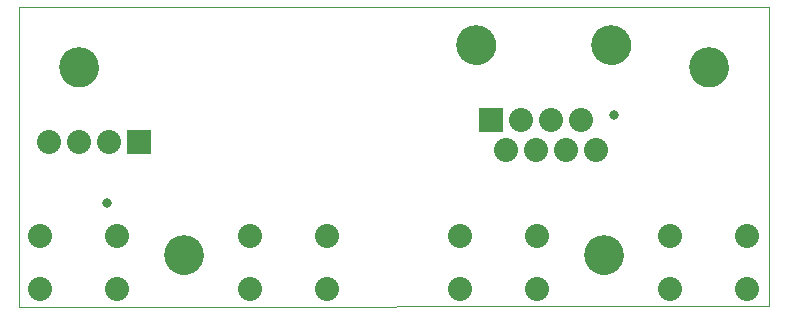
<source format=gbs>
G75*
%MOIN*%
%OFA0B0*%
%FSLAX25Y25*%
%IPPOS*%
%LPD*%
%AMOC8*
5,1,8,0,0,1.08239X$1,22.5*
%
%ADD10C,0.00000*%
%ADD11C,0.08000*%
%ADD12R,0.08000X0.08000*%
%ADD13C,0.13198*%
%ADD14C,0.03300*%
D10*
X0001000Y0001000D02*
X0001000Y0101000D01*
X0251000Y0101000D01*
X0251001Y0001500D01*
X0001000Y0001000D01*
X0049701Y0018500D02*
X0049703Y0018658D01*
X0049709Y0018816D01*
X0049719Y0018974D01*
X0049733Y0019132D01*
X0049751Y0019289D01*
X0049772Y0019446D01*
X0049798Y0019602D01*
X0049828Y0019758D01*
X0049861Y0019913D01*
X0049899Y0020066D01*
X0049940Y0020219D01*
X0049985Y0020371D01*
X0050034Y0020522D01*
X0050087Y0020671D01*
X0050143Y0020819D01*
X0050203Y0020965D01*
X0050267Y0021110D01*
X0050335Y0021253D01*
X0050406Y0021395D01*
X0050480Y0021535D01*
X0050558Y0021672D01*
X0050640Y0021808D01*
X0050724Y0021942D01*
X0050813Y0022073D01*
X0050904Y0022202D01*
X0050999Y0022329D01*
X0051096Y0022454D01*
X0051197Y0022576D01*
X0051301Y0022695D01*
X0051408Y0022812D01*
X0051518Y0022926D01*
X0051631Y0023037D01*
X0051746Y0023146D01*
X0051864Y0023251D01*
X0051985Y0023353D01*
X0052108Y0023453D01*
X0052234Y0023549D01*
X0052362Y0023642D01*
X0052492Y0023732D01*
X0052625Y0023818D01*
X0052760Y0023902D01*
X0052896Y0023981D01*
X0053035Y0024058D01*
X0053176Y0024130D01*
X0053318Y0024200D01*
X0053462Y0024265D01*
X0053608Y0024327D01*
X0053755Y0024385D01*
X0053904Y0024440D01*
X0054054Y0024491D01*
X0054205Y0024538D01*
X0054357Y0024581D01*
X0054510Y0024620D01*
X0054665Y0024656D01*
X0054820Y0024687D01*
X0054976Y0024715D01*
X0055132Y0024739D01*
X0055289Y0024759D01*
X0055447Y0024775D01*
X0055604Y0024787D01*
X0055763Y0024795D01*
X0055921Y0024799D01*
X0056079Y0024799D01*
X0056237Y0024795D01*
X0056396Y0024787D01*
X0056553Y0024775D01*
X0056711Y0024759D01*
X0056868Y0024739D01*
X0057024Y0024715D01*
X0057180Y0024687D01*
X0057335Y0024656D01*
X0057490Y0024620D01*
X0057643Y0024581D01*
X0057795Y0024538D01*
X0057946Y0024491D01*
X0058096Y0024440D01*
X0058245Y0024385D01*
X0058392Y0024327D01*
X0058538Y0024265D01*
X0058682Y0024200D01*
X0058824Y0024130D01*
X0058965Y0024058D01*
X0059104Y0023981D01*
X0059240Y0023902D01*
X0059375Y0023818D01*
X0059508Y0023732D01*
X0059638Y0023642D01*
X0059766Y0023549D01*
X0059892Y0023453D01*
X0060015Y0023353D01*
X0060136Y0023251D01*
X0060254Y0023146D01*
X0060369Y0023037D01*
X0060482Y0022926D01*
X0060592Y0022812D01*
X0060699Y0022695D01*
X0060803Y0022576D01*
X0060904Y0022454D01*
X0061001Y0022329D01*
X0061096Y0022202D01*
X0061187Y0022073D01*
X0061276Y0021942D01*
X0061360Y0021808D01*
X0061442Y0021672D01*
X0061520Y0021535D01*
X0061594Y0021395D01*
X0061665Y0021253D01*
X0061733Y0021110D01*
X0061797Y0020965D01*
X0061857Y0020819D01*
X0061913Y0020671D01*
X0061966Y0020522D01*
X0062015Y0020371D01*
X0062060Y0020219D01*
X0062101Y0020066D01*
X0062139Y0019913D01*
X0062172Y0019758D01*
X0062202Y0019602D01*
X0062228Y0019446D01*
X0062249Y0019289D01*
X0062267Y0019132D01*
X0062281Y0018974D01*
X0062291Y0018816D01*
X0062297Y0018658D01*
X0062299Y0018500D01*
X0062297Y0018342D01*
X0062291Y0018184D01*
X0062281Y0018026D01*
X0062267Y0017868D01*
X0062249Y0017711D01*
X0062228Y0017554D01*
X0062202Y0017398D01*
X0062172Y0017242D01*
X0062139Y0017087D01*
X0062101Y0016934D01*
X0062060Y0016781D01*
X0062015Y0016629D01*
X0061966Y0016478D01*
X0061913Y0016329D01*
X0061857Y0016181D01*
X0061797Y0016035D01*
X0061733Y0015890D01*
X0061665Y0015747D01*
X0061594Y0015605D01*
X0061520Y0015465D01*
X0061442Y0015328D01*
X0061360Y0015192D01*
X0061276Y0015058D01*
X0061187Y0014927D01*
X0061096Y0014798D01*
X0061001Y0014671D01*
X0060904Y0014546D01*
X0060803Y0014424D01*
X0060699Y0014305D01*
X0060592Y0014188D01*
X0060482Y0014074D01*
X0060369Y0013963D01*
X0060254Y0013854D01*
X0060136Y0013749D01*
X0060015Y0013647D01*
X0059892Y0013547D01*
X0059766Y0013451D01*
X0059638Y0013358D01*
X0059508Y0013268D01*
X0059375Y0013182D01*
X0059240Y0013098D01*
X0059104Y0013019D01*
X0058965Y0012942D01*
X0058824Y0012870D01*
X0058682Y0012800D01*
X0058538Y0012735D01*
X0058392Y0012673D01*
X0058245Y0012615D01*
X0058096Y0012560D01*
X0057946Y0012509D01*
X0057795Y0012462D01*
X0057643Y0012419D01*
X0057490Y0012380D01*
X0057335Y0012344D01*
X0057180Y0012313D01*
X0057024Y0012285D01*
X0056868Y0012261D01*
X0056711Y0012241D01*
X0056553Y0012225D01*
X0056396Y0012213D01*
X0056237Y0012205D01*
X0056079Y0012201D01*
X0055921Y0012201D01*
X0055763Y0012205D01*
X0055604Y0012213D01*
X0055447Y0012225D01*
X0055289Y0012241D01*
X0055132Y0012261D01*
X0054976Y0012285D01*
X0054820Y0012313D01*
X0054665Y0012344D01*
X0054510Y0012380D01*
X0054357Y0012419D01*
X0054205Y0012462D01*
X0054054Y0012509D01*
X0053904Y0012560D01*
X0053755Y0012615D01*
X0053608Y0012673D01*
X0053462Y0012735D01*
X0053318Y0012800D01*
X0053176Y0012870D01*
X0053035Y0012942D01*
X0052896Y0013019D01*
X0052760Y0013098D01*
X0052625Y0013182D01*
X0052492Y0013268D01*
X0052362Y0013358D01*
X0052234Y0013451D01*
X0052108Y0013547D01*
X0051985Y0013647D01*
X0051864Y0013749D01*
X0051746Y0013854D01*
X0051631Y0013963D01*
X0051518Y0014074D01*
X0051408Y0014188D01*
X0051301Y0014305D01*
X0051197Y0014424D01*
X0051096Y0014546D01*
X0050999Y0014671D01*
X0050904Y0014798D01*
X0050813Y0014927D01*
X0050724Y0015058D01*
X0050640Y0015192D01*
X0050558Y0015328D01*
X0050480Y0015465D01*
X0050406Y0015605D01*
X0050335Y0015747D01*
X0050267Y0015890D01*
X0050203Y0016035D01*
X0050143Y0016181D01*
X0050087Y0016329D01*
X0050034Y0016478D01*
X0049985Y0016629D01*
X0049940Y0016781D01*
X0049899Y0016934D01*
X0049861Y0017087D01*
X0049828Y0017242D01*
X0049798Y0017398D01*
X0049772Y0017554D01*
X0049751Y0017711D01*
X0049733Y0017868D01*
X0049719Y0018026D01*
X0049709Y0018184D01*
X0049703Y0018342D01*
X0049701Y0018500D01*
X0014701Y0081000D02*
X0014703Y0081158D01*
X0014709Y0081316D01*
X0014719Y0081474D01*
X0014733Y0081632D01*
X0014751Y0081789D01*
X0014772Y0081946D01*
X0014798Y0082102D01*
X0014828Y0082258D01*
X0014861Y0082413D01*
X0014899Y0082566D01*
X0014940Y0082719D01*
X0014985Y0082871D01*
X0015034Y0083022D01*
X0015087Y0083171D01*
X0015143Y0083319D01*
X0015203Y0083465D01*
X0015267Y0083610D01*
X0015335Y0083753D01*
X0015406Y0083895D01*
X0015480Y0084035D01*
X0015558Y0084172D01*
X0015640Y0084308D01*
X0015724Y0084442D01*
X0015813Y0084573D01*
X0015904Y0084702D01*
X0015999Y0084829D01*
X0016096Y0084954D01*
X0016197Y0085076D01*
X0016301Y0085195D01*
X0016408Y0085312D01*
X0016518Y0085426D01*
X0016631Y0085537D01*
X0016746Y0085646D01*
X0016864Y0085751D01*
X0016985Y0085853D01*
X0017108Y0085953D01*
X0017234Y0086049D01*
X0017362Y0086142D01*
X0017492Y0086232D01*
X0017625Y0086318D01*
X0017760Y0086402D01*
X0017896Y0086481D01*
X0018035Y0086558D01*
X0018176Y0086630D01*
X0018318Y0086700D01*
X0018462Y0086765D01*
X0018608Y0086827D01*
X0018755Y0086885D01*
X0018904Y0086940D01*
X0019054Y0086991D01*
X0019205Y0087038D01*
X0019357Y0087081D01*
X0019510Y0087120D01*
X0019665Y0087156D01*
X0019820Y0087187D01*
X0019976Y0087215D01*
X0020132Y0087239D01*
X0020289Y0087259D01*
X0020447Y0087275D01*
X0020604Y0087287D01*
X0020763Y0087295D01*
X0020921Y0087299D01*
X0021079Y0087299D01*
X0021237Y0087295D01*
X0021396Y0087287D01*
X0021553Y0087275D01*
X0021711Y0087259D01*
X0021868Y0087239D01*
X0022024Y0087215D01*
X0022180Y0087187D01*
X0022335Y0087156D01*
X0022490Y0087120D01*
X0022643Y0087081D01*
X0022795Y0087038D01*
X0022946Y0086991D01*
X0023096Y0086940D01*
X0023245Y0086885D01*
X0023392Y0086827D01*
X0023538Y0086765D01*
X0023682Y0086700D01*
X0023824Y0086630D01*
X0023965Y0086558D01*
X0024104Y0086481D01*
X0024240Y0086402D01*
X0024375Y0086318D01*
X0024508Y0086232D01*
X0024638Y0086142D01*
X0024766Y0086049D01*
X0024892Y0085953D01*
X0025015Y0085853D01*
X0025136Y0085751D01*
X0025254Y0085646D01*
X0025369Y0085537D01*
X0025482Y0085426D01*
X0025592Y0085312D01*
X0025699Y0085195D01*
X0025803Y0085076D01*
X0025904Y0084954D01*
X0026001Y0084829D01*
X0026096Y0084702D01*
X0026187Y0084573D01*
X0026276Y0084442D01*
X0026360Y0084308D01*
X0026442Y0084172D01*
X0026520Y0084035D01*
X0026594Y0083895D01*
X0026665Y0083753D01*
X0026733Y0083610D01*
X0026797Y0083465D01*
X0026857Y0083319D01*
X0026913Y0083171D01*
X0026966Y0083022D01*
X0027015Y0082871D01*
X0027060Y0082719D01*
X0027101Y0082566D01*
X0027139Y0082413D01*
X0027172Y0082258D01*
X0027202Y0082102D01*
X0027228Y0081946D01*
X0027249Y0081789D01*
X0027267Y0081632D01*
X0027281Y0081474D01*
X0027291Y0081316D01*
X0027297Y0081158D01*
X0027299Y0081000D01*
X0027297Y0080842D01*
X0027291Y0080684D01*
X0027281Y0080526D01*
X0027267Y0080368D01*
X0027249Y0080211D01*
X0027228Y0080054D01*
X0027202Y0079898D01*
X0027172Y0079742D01*
X0027139Y0079587D01*
X0027101Y0079434D01*
X0027060Y0079281D01*
X0027015Y0079129D01*
X0026966Y0078978D01*
X0026913Y0078829D01*
X0026857Y0078681D01*
X0026797Y0078535D01*
X0026733Y0078390D01*
X0026665Y0078247D01*
X0026594Y0078105D01*
X0026520Y0077965D01*
X0026442Y0077828D01*
X0026360Y0077692D01*
X0026276Y0077558D01*
X0026187Y0077427D01*
X0026096Y0077298D01*
X0026001Y0077171D01*
X0025904Y0077046D01*
X0025803Y0076924D01*
X0025699Y0076805D01*
X0025592Y0076688D01*
X0025482Y0076574D01*
X0025369Y0076463D01*
X0025254Y0076354D01*
X0025136Y0076249D01*
X0025015Y0076147D01*
X0024892Y0076047D01*
X0024766Y0075951D01*
X0024638Y0075858D01*
X0024508Y0075768D01*
X0024375Y0075682D01*
X0024240Y0075598D01*
X0024104Y0075519D01*
X0023965Y0075442D01*
X0023824Y0075370D01*
X0023682Y0075300D01*
X0023538Y0075235D01*
X0023392Y0075173D01*
X0023245Y0075115D01*
X0023096Y0075060D01*
X0022946Y0075009D01*
X0022795Y0074962D01*
X0022643Y0074919D01*
X0022490Y0074880D01*
X0022335Y0074844D01*
X0022180Y0074813D01*
X0022024Y0074785D01*
X0021868Y0074761D01*
X0021711Y0074741D01*
X0021553Y0074725D01*
X0021396Y0074713D01*
X0021237Y0074705D01*
X0021079Y0074701D01*
X0020921Y0074701D01*
X0020763Y0074705D01*
X0020604Y0074713D01*
X0020447Y0074725D01*
X0020289Y0074741D01*
X0020132Y0074761D01*
X0019976Y0074785D01*
X0019820Y0074813D01*
X0019665Y0074844D01*
X0019510Y0074880D01*
X0019357Y0074919D01*
X0019205Y0074962D01*
X0019054Y0075009D01*
X0018904Y0075060D01*
X0018755Y0075115D01*
X0018608Y0075173D01*
X0018462Y0075235D01*
X0018318Y0075300D01*
X0018176Y0075370D01*
X0018035Y0075442D01*
X0017896Y0075519D01*
X0017760Y0075598D01*
X0017625Y0075682D01*
X0017492Y0075768D01*
X0017362Y0075858D01*
X0017234Y0075951D01*
X0017108Y0076047D01*
X0016985Y0076147D01*
X0016864Y0076249D01*
X0016746Y0076354D01*
X0016631Y0076463D01*
X0016518Y0076574D01*
X0016408Y0076688D01*
X0016301Y0076805D01*
X0016197Y0076924D01*
X0016096Y0077046D01*
X0015999Y0077171D01*
X0015904Y0077298D01*
X0015813Y0077427D01*
X0015724Y0077558D01*
X0015640Y0077692D01*
X0015558Y0077828D01*
X0015480Y0077965D01*
X0015406Y0078105D01*
X0015335Y0078247D01*
X0015267Y0078390D01*
X0015203Y0078535D01*
X0015143Y0078681D01*
X0015087Y0078829D01*
X0015034Y0078978D01*
X0014985Y0079129D01*
X0014940Y0079281D01*
X0014899Y0079434D01*
X0014861Y0079587D01*
X0014828Y0079742D01*
X0014798Y0079898D01*
X0014772Y0080054D01*
X0014751Y0080211D01*
X0014733Y0080368D01*
X0014719Y0080526D01*
X0014709Y0080684D01*
X0014703Y0080842D01*
X0014701Y0081000D01*
X0147201Y0088500D02*
X0147203Y0088658D01*
X0147209Y0088816D01*
X0147219Y0088974D01*
X0147233Y0089132D01*
X0147251Y0089289D01*
X0147272Y0089446D01*
X0147298Y0089602D01*
X0147328Y0089758D01*
X0147361Y0089913D01*
X0147399Y0090066D01*
X0147440Y0090219D01*
X0147485Y0090371D01*
X0147534Y0090522D01*
X0147587Y0090671D01*
X0147643Y0090819D01*
X0147703Y0090965D01*
X0147767Y0091110D01*
X0147835Y0091253D01*
X0147906Y0091395D01*
X0147980Y0091535D01*
X0148058Y0091672D01*
X0148140Y0091808D01*
X0148224Y0091942D01*
X0148313Y0092073D01*
X0148404Y0092202D01*
X0148499Y0092329D01*
X0148596Y0092454D01*
X0148697Y0092576D01*
X0148801Y0092695D01*
X0148908Y0092812D01*
X0149018Y0092926D01*
X0149131Y0093037D01*
X0149246Y0093146D01*
X0149364Y0093251D01*
X0149485Y0093353D01*
X0149608Y0093453D01*
X0149734Y0093549D01*
X0149862Y0093642D01*
X0149992Y0093732D01*
X0150125Y0093818D01*
X0150260Y0093902D01*
X0150396Y0093981D01*
X0150535Y0094058D01*
X0150676Y0094130D01*
X0150818Y0094200D01*
X0150962Y0094265D01*
X0151108Y0094327D01*
X0151255Y0094385D01*
X0151404Y0094440D01*
X0151554Y0094491D01*
X0151705Y0094538D01*
X0151857Y0094581D01*
X0152010Y0094620D01*
X0152165Y0094656D01*
X0152320Y0094687D01*
X0152476Y0094715D01*
X0152632Y0094739D01*
X0152789Y0094759D01*
X0152947Y0094775D01*
X0153104Y0094787D01*
X0153263Y0094795D01*
X0153421Y0094799D01*
X0153579Y0094799D01*
X0153737Y0094795D01*
X0153896Y0094787D01*
X0154053Y0094775D01*
X0154211Y0094759D01*
X0154368Y0094739D01*
X0154524Y0094715D01*
X0154680Y0094687D01*
X0154835Y0094656D01*
X0154990Y0094620D01*
X0155143Y0094581D01*
X0155295Y0094538D01*
X0155446Y0094491D01*
X0155596Y0094440D01*
X0155745Y0094385D01*
X0155892Y0094327D01*
X0156038Y0094265D01*
X0156182Y0094200D01*
X0156324Y0094130D01*
X0156465Y0094058D01*
X0156604Y0093981D01*
X0156740Y0093902D01*
X0156875Y0093818D01*
X0157008Y0093732D01*
X0157138Y0093642D01*
X0157266Y0093549D01*
X0157392Y0093453D01*
X0157515Y0093353D01*
X0157636Y0093251D01*
X0157754Y0093146D01*
X0157869Y0093037D01*
X0157982Y0092926D01*
X0158092Y0092812D01*
X0158199Y0092695D01*
X0158303Y0092576D01*
X0158404Y0092454D01*
X0158501Y0092329D01*
X0158596Y0092202D01*
X0158687Y0092073D01*
X0158776Y0091942D01*
X0158860Y0091808D01*
X0158942Y0091672D01*
X0159020Y0091535D01*
X0159094Y0091395D01*
X0159165Y0091253D01*
X0159233Y0091110D01*
X0159297Y0090965D01*
X0159357Y0090819D01*
X0159413Y0090671D01*
X0159466Y0090522D01*
X0159515Y0090371D01*
X0159560Y0090219D01*
X0159601Y0090066D01*
X0159639Y0089913D01*
X0159672Y0089758D01*
X0159702Y0089602D01*
X0159728Y0089446D01*
X0159749Y0089289D01*
X0159767Y0089132D01*
X0159781Y0088974D01*
X0159791Y0088816D01*
X0159797Y0088658D01*
X0159799Y0088500D01*
X0159797Y0088342D01*
X0159791Y0088184D01*
X0159781Y0088026D01*
X0159767Y0087868D01*
X0159749Y0087711D01*
X0159728Y0087554D01*
X0159702Y0087398D01*
X0159672Y0087242D01*
X0159639Y0087087D01*
X0159601Y0086934D01*
X0159560Y0086781D01*
X0159515Y0086629D01*
X0159466Y0086478D01*
X0159413Y0086329D01*
X0159357Y0086181D01*
X0159297Y0086035D01*
X0159233Y0085890D01*
X0159165Y0085747D01*
X0159094Y0085605D01*
X0159020Y0085465D01*
X0158942Y0085328D01*
X0158860Y0085192D01*
X0158776Y0085058D01*
X0158687Y0084927D01*
X0158596Y0084798D01*
X0158501Y0084671D01*
X0158404Y0084546D01*
X0158303Y0084424D01*
X0158199Y0084305D01*
X0158092Y0084188D01*
X0157982Y0084074D01*
X0157869Y0083963D01*
X0157754Y0083854D01*
X0157636Y0083749D01*
X0157515Y0083647D01*
X0157392Y0083547D01*
X0157266Y0083451D01*
X0157138Y0083358D01*
X0157008Y0083268D01*
X0156875Y0083182D01*
X0156740Y0083098D01*
X0156604Y0083019D01*
X0156465Y0082942D01*
X0156324Y0082870D01*
X0156182Y0082800D01*
X0156038Y0082735D01*
X0155892Y0082673D01*
X0155745Y0082615D01*
X0155596Y0082560D01*
X0155446Y0082509D01*
X0155295Y0082462D01*
X0155143Y0082419D01*
X0154990Y0082380D01*
X0154835Y0082344D01*
X0154680Y0082313D01*
X0154524Y0082285D01*
X0154368Y0082261D01*
X0154211Y0082241D01*
X0154053Y0082225D01*
X0153896Y0082213D01*
X0153737Y0082205D01*
X0153579Y0082201D01*
X0153421Y0082201D01*
X0153263Y0082205D01*
X0153104Y0082213D01*
X0152947Y0082225D01*
X0152789Y0082241D01*
X0152632Y0082261D01*
X0152476Y0082285D01*
X0152320Y0082313D01*
X0152165Y0082344D01*
X0152010Y0082380D01*
X0151857Y0082419D01*
X0151705Y0082462D01*
X0151554Y0082509D01*
X0151404Y0082560D01*
X0151255Y0082615D01*
X0151108Y0082673D01*
X0150962Y0082735D01*
X0150818Y0082800D01*
X0150676Y0082870D01*
X0150535Y0082942D01*
X0150396Y0083019D01*
X0150260Y0083098D01*
X0150125Y0083182D01*
X0149992Y0083268D01*
X0149862Y0083358D01*
X0149734Y0083451D01*
X0149608Y0083547D01*
X0149485Y0083647D01*
X0149364Y0083749D01*
X0149246Y0083854D01*
X0149131Y0083963D01*
X0149018Y0084074D01*
X0148908Y0084188D01*
X0148801Y0084305D01*
X0148697Y0084424D01*
X0148596Y0084546D01*
X0148499Y0084671D01*
X0148404Y0084798D01*
X0148313Y0084927D01*
X0148224Y0085058D01*
X0148140Y0085192D01*
X0148058Y0085328D01*
X0147980Y0085465D01*
X0147906Y0085605D01*
X0147835Y0085747D01*
X0147767Y0085890D01*
X0147703Y0086035D01*
X0147643Y0086181D01*
X0147587Y0086329D01*
X0147534Y0086478D01*
X0147485Y0086629D01*
X0147440Y0086781D01*
X0147399Y0086934D01*
X0147361Y0087087D01*
X0147328Y0087242D01*
X0147298Y0087398D01*
X0147272Y0087554D01*
X0147251Y0087711D01*
X0147233Y0087868D01*
X0147219Y0088026D01*
X0147209Y0088184D01*
X0147203Y0088342D01*
X0147201Y0088500D01*
X0192201Y0088500D02*
X0192203Y0088658D01*
X0192209Y0088816D01*
X0192219Y0088974D01*
X0192233Y0089132D01*
X0192251Y0089289D01*
X0192272Y0089446D01*
X0192298Y0089602D01*
X0192328Y0089758D01*
X0192361Y0089913D01*
X0192399Y0090066D01*
X0192440Y0090219D01*
X0192485Y0090371D01*
X0192534Y0090522D01*
X0192587Y0090671D01*
X0192643Y0090819D01*
X0192703Y0090965D01*
X0192767Y0091110D01*
X0192835Y0091253D01*
X0192906Y0091395D01*
X0192980Y0091535D01*
X0193058Y0091672D01*
X0193140Y0091808D01*
X0193224Y0091942D01*
X0193313Y0092073D01*
X0193404Y0092202D01*
X0193499Y0092329D01*
X0193596Y0092454D01*
X0193697Y0092576D01*
X0193801Y0092695D01*
X0193908Y0092812D01*
X0194018Y0092926D01*
X0194131Y0093037D01*
X0194246Y0093146D01*
X0194364Y0093251D01*
X0194485Y0093353D01*
X0194608Y0093453D01*
X0194734Y0093549D01*
X0194862Y0093642D01*
X0194992Y0093732D01*
X0195125Y0093818D01*
X0195260Y0093902D01*
X0195396Y0093981D01*
X0195535Y0094058D01*
X0195676Y0094130D01*
X0195818Y0094200D01*
X0195962Y0094265D01*
X0196108Y0094327D01*
X0196255Y0094385D01*
X0196404Y0094440D01*
X0196554Y0094491D01*
X0196705Y0094538D01*
X0196857Y0094581D01*
X0197010Y0094620D01*
X0197165Y0094656D01*
X0197320Y0094687D01*
X0197476Y0094715D01*
X0197632Y0094739D01*
X0197789Y0094759D01*
X0197947Y0094775D01*
X0198104Y0094787D01*
X0198263Y0094795D01*
X0198421Y0094799D01*
X0198579Y0094799D01*
X0198737Y0094795D01*
X0198896Y0094787D01*
X0199053Y0094775D01*
X0199211Y0094759D01*
X0199368Y0094739D01*
X0199524Y0094715D01*
X0199680Y0094687D01*
X0199835Y0094656D01*
X0199990Y0094620D01*
X0200143Y0094581D01*
X0200295Y0094538D01*
X0200446Y0094491D01*
X0200596Y0094440D01*
X0200745Y0094385D01*
X0200892Y0094327D01*
X0201038Y0094265D01*
X0201182Y0094200D01*
X0201324Y0094130D01*
X0201465Y0094058D01*
X0201604Y0093981D01*
X0201740Y0093902D01*
X0201875Y0093818D01*
X0202008Y0093732D01*
X0202138Y0093642D01*
X0202266Y0093549D01*
X0202392Y0093453D01*
X0202515Y0093353D01*
X0202636Y0093251D01*
X0202754Y0093146D01*
X0202869Y0093037D01*
X0202982Y0092926D01*
X0203092Y0092812D01*
X0203199Y0092695D01*
X0203303Y0092576D01*
X0203404Y0092454D01*
X0203501Y0092329D01*
X0203596Y0092202D01*
X0203687Y0092073D01*
X0203776Y0091942D01*
X0203860Y0091808D01*
X0203942Y0091672D01*
X0204020Y0091535D01*
X0204094Y0091395D01*
X0204165Y0091253D01*
X0204233Y0091110D01*
X0204297Y0090965D01*
X0204357Y0090819D01*
X0204413Y0090671D01*
X0204466Y0090522D01*
X0204515Y0090371D01*
X0204560Y0090219D01*
X0204601Y0090066D01*
X0204639Y0089913D01*
X0204672Y0089758D01*
X0204702Y0089602D01*
X0204728Y0089446D01*
X0204749Y0089289D01*
X0204767Y0089132D01*
X0204781Y0088974D01*
X0204791Y0088816D01*
X0204797Y0088658D01*
X0204799Y0088500D01*
X0204797Y0088342D01*
X0204791Y0088184D01*
X0204781Y0088026D01*
X0204767Y0087868D01*
X0204749Y0087711D01*
X0204728Y0087554D01*
X0204702Y0087398D01*
X0204672Y0087242D01*
X0204639Y0087087D01*
X0204601Y0086934D01*
X0204560Y0086781D01*
X0204515Y0086629D01*
X0204466Y0086478D01*
X0204413Y0086329D01*
X0204357Y0086181D01*
X0204297Y0086035D01*
X0204233Y0085890D01*
X0204165Y0085747D01*
X0204094Y0085605D01*
X0204020Y0085465D01*
X0203942Y0085328D01*
X0203860Y0085192D01*
X0203776Y0085058D01*
X0203687Y0084927D01*
X0203596Y0084798D01*
X0203501Y0084671D01*
X0203404Y0084546D01*
X0203303Y0084424D01*
X0203199Y0084305D01*
X0203092Y0084188D01*
X0202982Y0084074D01*
X0202869Y0083963D01*
X0202754Y0083854D01*
X0202636Y0083749D01*
X0202515Y0083647D01*
X0202392Y0083547D01*
X0202266Y0083451D01*
X0202138Y0083358D01*
X0202008Y0083268D01*
X0201875Y0083182D01*
X0201740Y0083098D01*
X0201604Y0083019D01*
X0201465Y0082942D01*
X0201324Y0082870D01*
X0201182Y0082800D01*
X0201038Y0082735D01*
X0200892Y0082673D01*
X0200745Y0082615D01*
X0200596Y0082560D01*
X0200446Y0082509D01*
X0200295Y0082462D01*
X0200143Y0082419D01*
X0199990Y0082380D01*
X0199835Y0082344D01*
X0199680Y0082313D01*
X0199524Y0082285D01*
X0199368Y0082261D01*
X0199211Y0082241D01*
X0199053Y0082225D01*
X0198896Y0082213D01*
X0198737Y0082205D01*
X0198579Y0082201D01*
X0198421Y0082201D01*
X0198263Y0082205D01*
X0198104Y0082213D01*
X0197947Y0082225D01*
X0197789Y0082241D01*
X0197632Y0082261D01*
X0197476Y0082285D01*
X0197320Y0082313D01*
X0197165Y0082344D01*
X0197010Y0082380D01*
X0196857Y0082419D01*
X0196705Y0082462D01*
X0196554Y0082509D01*
X0196404Y0082560D01*
X0196255Y0082615D01*
X0196108Y0082673D01*
X0195962Y0082735D01*
X0195818Y0082800D01*
X0195676Y0082870D01*
X0195535Y0082942D01*
X0195396Y0083019D01*
X0195260Y0083098D01*
X0195125Y0083182D01*
X0194992Y0083268D01*
X0194862Y0083358D01*
X0194734Y0083451D01*
X0194608Y0083547D01*
X0194485Y0083647D01*
X0194364Y0083749D01*
X0194246Y0083854D01*
X0194131Y0083963D01*
X0194018Y0084074D01*
X0193908Y0084188D01*
X0193801Y0084305D01*
X0193697Y0084424D01*
X0193596Y0084546D01*
X0193499Y0084671D01*
X0193404Y0084798D01*
X0193313Y0084927D01*
X0193224Y0085058D01*
X0193140Y0085192D01*
X0193058Y0085328D01*
X0192980Y0085465D01*
X0192906Y0085605D01*
X0192835Y0085747D01*
X0192767Y0085890D01*
X0192703Y0086035D01*
X0192643Y0086181D01*
X0192587Y0086329D01*
X0192534Y0086478D01*
X0192485Y0086629D01*
X0192440Y0086781D01*
X0192399Y0086934D01*
X0192361Y0087087D01*
X0192328Y0087242D01*
X0192298Y0087398D01*
X0192272Y0087554D01*
X0192251Y0087711D01*
X0192233Y0087868D01*
X0192219Y0088026D01*
X0192209Y0088184D01*
X0192203Y0088342D01*
X0192201Y0088500D01*
X0224701Y0081000D02*
X0224703Y0081158D01*
X0224709Y0081316D01*
X0224719Y0081474D01*
X0224733Y0081632D01*
X0224751Y0081789D01*
X0224772Y0081946D01*
X0224798Y0082102D01*
X0224828Y0082258D01*
X0224861Y0082413D01*
X0224899Y0082566D01*
X0224940Y0082719D01*
X0224985Y0082871D01*
X0225034Y0083022D01*
X0225087Y0083171D01*
X0225143Y0083319D01*
X0225203Y0083465D01*
X0225267Y0083610D01*
X0225335Y0083753D01*
X0225406Y0083895D01*
X0225480Y0084035D01*
X0225558Y0084172D01*
X0225640Y0084308D01*
X0225724Y0084442D01*
X0225813Y0084573D01*
X0225904Y0084702D01*
X0225999Y0084829D01*
X0226096Y0084954D01*
X0226197Y0085076D01*
X0226301Y0085195D01*
X0226408Y0085312D01*
X0226518Y0085426D01*
X0226631Y0085537D01*
X0226746Y0085646D01*
X0226864Y0085751D01*
X0226985Y0085853D01*
X0227108Y0085953D01*
X0227234Y0086049D01*
X0227362Y0086142D01*
X0227492Y0086232D01*
X0227625Y0086318D01*
X0227760Y0086402D01*
X0227896Y0086481D01*
X0228035Y0086558D01*
X0228176Y0086630D01*
X0228318Y0086700D01*
X0228462Y0086765D01*
X0228608Y0086827D01*
X0228755Y0086885D01*
X0228904Y0086940D01*
X0229054Y0086991D01*
X0229205Y0087038D01*
X0229357Y0087081D01*
X0229510Y0087120D01*
X0229665Y0087156D01*
X0229820Y0087187D01*
X0229976Y0087215D01*
X0230132Y0087239D01*
X0230289Y0087259D01*
X0230447Y0087275D01*
X0230604Y0087287D01*
X0230763Y0087295D01*
X0230921Y0087299D01*
X0231079Y0087299D01*
X0231237Y0087295D01*
X0231396Y0087287D01*
X0231553Y0087275D01*
X0231711Y0087259D01*
X0231868Y0087239D01*
X0232024Y0087215D01*
X0232180Y0087187D01*
X0232335Y0087156D01*
X0232490Y0087120D01*
X0232643Y0087081D01*
X0232795Y0087038D01*
X0232946Y0086991D01*
X0233096Y0086940D01*
X0233245Y0086885D01*
X0233392Y0086827D01*
X0233538Y0086765D01*
X0233682Y0086700D01*
X0233824Y0086630D01*
X0233965Y0086558D01*
X0234104Y0086481D01*
X0234240Y0086402D01*
X0234375Y0086318D01*
X0234508Y0086232D01*
X0234638Y0086142D01*
X0234766Y0086049D01*
X0234892Y0085953D01*
X0235015Y0085853D01*
X0235136Y0085751D01*
X0235254Y0085646D01*
X0235369Y0085537D01*
X0235482Y0085426D01*
X0235592Y0085312D01*
X0235699Y0085195D01*
X0235803Y0085076D01*
X0235904Y0084954D01*
X0236001Y0084829D01*
X0236096Y0084702D01*
X0236187Y0084573D01*
X0236276Y0084442D01*
X0236360Y0084308D01*
X0236442Y0084172D01*
X0236520Y0084035D01*
X0236594Y0083895D01*
X0236665Y0083753D01*
X0236733Y0083610D01*
X0236797Y0083465D01*
X0236857Y0083319D01*
X0236913Y0083171D01*
X0236966Y0083022D01*
X0237015Y0082871D01*
X0237060Y0082719D01*
X0237101Y0082566D01*
X0237139Y0082413D01*
X0237172Y0082258D01*
X0237202Y0082102D01*
X0237228Y0081946D01*
X0237249Y0081789D01*
X0237267Y0081632D01*
X0237281Y0081474D01*
X0237291Y0081316D01*
X0237297Y0081158D01*
X0237299Y0081000D01*
X0237297Y0080842D01*
X0237291Y0080684D01*
X0237281Y0080526D01*
X0237267Y0080368D01*
X0237249Y0080211D01*
X0237228Y0080054D01*
X0237202Y0079898D01*
X0237172Y0079742D01*
X0237139Y0079587D01*
X0237101Y0079434D01*
X0237060Y0079281D01*
X0237015Y0079129D01*
X0236966Y0078978D01*
X0236913Y0078829D01*
X0236857Y0078681D01*
X0236797Y0078535D01*
X0236733Y0078390D01*
X0236665Y0078247D01*
X0236594Y0078105D01*
X0236520Y0077965D01*
X0236442Y0077828D01*
X0236360Y0077692D01*
X0236276Y0077558D01*
X0236187Y0077427D01*
X0236096Y0077298D01*
X0236001Y0077171D01*
X0235904Y0077046D01*
X0235803Y0076924D01*
X0235699Y0076805D01*
X0235592Y0076688D01*
X0235482Y0076574D01*
X0235369Y0076463D01*
X0235254Y0076354D01*
X0235136Y0076249D01*
X0235015Y0076147D01*
X0234892Y0076047D01*
X0234766Y0075951D01*
X0234638Y0075858D01*
X0234508Y0075768D01*
X0234375Y0075682D01*
X0234240Y0075598D01*
X0234104Y0075519D01*
X0233965Y0075442D01*
X0233824Y0075370D01*
X0233682Y0075300D01*
X0233538Y0075235D01*
X0233392Y0075173D01*
X0233245Y0075115D01*
X0233096Y0075060D01*
X0232946Y0075009D01*
X0232795Y0074962D01*
X0232643Y0074919D01*
X0232490Y0074880D01*
X0232335Y0074844D01*
X0232180Y0074813D01*
X0232024Y0074785D01*
X0231868Y0074761D01*
X0231711Y0074741D01*
X0231553Y0074725D01*
X0231396Y0074713D01*
X0231237Y0074705D01*
X0231079Y0074701D01*
X0230921Y0074701D01*
X0230763Y0074705D01*
X0230604Y0074713D01*
X0230447Y0074725D01*
X0230289Y0074741D01*
X0230132Y0074761D01*
X0229976Y0074785D01*
X0229820Y0074813D01*
X0229665Y0074844D01*
X0229510Y0074880D01*
X0229357Y0074919D01*
X0229205Y0074962D01*
X0229054Y0075009D01*
X0228904Y0075060D01*
X0228755Y0075115D01*
X0228608Y0075173D01*
X0228462Y0075235D01*
X0228318Y0075300D01*
X0228176Y0075370D01*
X0228035Y0075442D01*
X0227896Y0075519D01*
X0227760Y0075598D01*
X0227625Y0075682D01*
X0227492Y0075768D01*
X0227362Y0075858D01*
X0227234Y0075951D01*
X0227108Y0076047D01*
X0226985Y0076147D01*
X0226864Y0076249D01*
X0226746Y0076354D01*
X0226631Y0076463D01*
X0226518Y0076574D01*
X0226408Y0076688D01*
X0226301Y0076805D01*
X0226197Y0076924D01*
X0226096Y0077046D01*
X0225999Y0077171D01*
X0225904Y0077298D01*
X0225813Y0077427D01*
X0225724Y0077558D01*
X0225640Y0077692D01*
X0225558Y0077828D01*
X0225480Y0077965D01*
X0225406Y0078105D01*
X0225335Y0078247D01*
X0225267Y0078390D01*
X0225203Y0078535D01*
X0225143Y0078681D01*
X0225087Y0078829D01*
X0225034Y0078978D01*
X0224985Y0079129D01*
X0224940Y0079281D01*
X0224899Y0079434D01*
X0224861Y0079587D01*
X0224828Y0079742D01*
X0224798Y0079898D01*
X0224772Y0080054D01*
X0224751Y0080211D01*
X0224733Y0080368D01*
X0224719Y0080526D01*
X0224709Y0080684D01*
X0224703Y0080842D01*
X0224701Y0081000D01*
X0189701Y0018500D02*
X0189703Y0018658D01*
X0189709Y0018816D01*
X0189719Y0018974D01*
X0189733Y0019132D01*
X0189751Y0019289D01*
X0189772Y0019446D01*
X0189798Y0019602D01*
X0189828Y0019758D01*
X0189861Y0019913D01*
X0189899Y0020066D01*
X0189940Y0020219D01*
X0189985Y0020371D01*
X0190034Y0020522D01*
X0190087Y0020671D01*
X0190143Y0020819D01*
X0190203Y0020965D01*
X0190267Y0021110D01*
X0190335Y0021253D01*
X0190406Y0021395D01*
X0190480Y0021535D01*
X0190558Y0021672D01*
X0190640Y0021808D01*
X0190724Y0021942D01*
X0190813Y0022073D01*
X0190904Y0022202D01*
X0190999Y0022329D01*
X0191096Y0022454D01*
X0191197Y0022576D01*
X0191301Y0022695D01*
X0191408Y0022812D01*
X0191518Y0022926D01*
X0191631Y0023037D01*
X0191746Y0023146D01*
X0191864Y0023251D01*
X0191985Y0023353D01*
X0192108Y0023453D01*
X0192234Y0023549D01*
X0192362Y0023642D01*
X0192492Y0023732D01*
X0192625Y0023818D01*
X0192760Y0023902D01*
X0192896Y0023981D01*
X0193035Y0024058D01*
X0193176Y0024130D01*
X0193318Y0024200D01*
X0193462Y0024265D01*
X0193608Y0024327D01*
X0193755Y0024385D01*
X0193904Y0024440D01*
X0194054Y0024491D01*
X0194205Y0024538D01*
X0194357Y0024581D01*
X0194510Y0024620D01*
X0194665Y0024656D01*
X0194820Y0024687D01*
X0194976Y0024715D01*
X0195132Y0024739D01*
X0195289Y0024759D01*
X0195447Y0024775D01*
X0195604Y0024787D01*
X0195763Y0024795D01*
X0195921Y0024799D01*
X0196079Y0024799D01*
X0196237Y0024795D01*
X0196396Y0024787D01*
X0196553Y0024775D01*
X0196711Y0024759D01*
X0196868Y0024739D01*
X0197024Y0024715D01*
X0197180Y0024687D01*
X0197335Y0024656D01*
X0197490Y0024620D01*
X0197643Y0024581D01*
X0197795Y0024538D01*
X0197946Y0024491D01*
X0198096Y0024440D01*
X0198245Y0024385D01*
X0198392Y0024327D01*
X0198538Y0024265D01*
X0198682Y0024200D01*
X0198824Y0024130D01*
X0198965Y0024058D01*
X0199104Y0023981D01*
X0199240Y0023902D01*
X0199375Y0023818D01*
X0199508Y0023732D01*
X0199638Y0023642D01*
X0199766Y0023549D01*
X0199892Y0023453D01*
X0200015Y0023353D01*
X0200136Y0023251D01*
X0200254Y0023146D01*
X0200369Y0023037D01*
X0200482Y0022926D01*
X0200592Y0022812D01*
X0200699Y0022695D01*
X0200803Y0022576D01*
X0200904Y0022454D01*
X0201001Y0022329D01*
X0201096Y0022202D01*
X0201187Y0022073D01*
X0201276Y0021942D01*
X0201360Y0021808D01*
X0201442Y0021672D01*
X0201520Y0021535D01*
X0201594Y0021395D01*
X0201665Y0021253D01*
X0201733Y0021110D01*
X0201797Y0020965D01*
X0201857Y0020819D01*
X0201913Y0020671D01*
X0201966Y0020522D01*
X0202015Y0020371D01*
X0202060Y0020219D01*
X0202101Y0020066D01*
X0202139Y0019913D01*
X0202172Y0019758D01*
X0202202Y0019602D01*
X0202228Y0019446D01*
X0202249Y0019289D01*
X0202267Y0019132D01*
X0202281Y0018974D01*
X0202291Y0018816D01*
X0202297Y0018658D01*
X0202299Y0018500D01*
X0202297Y0018342D01*
X0202291Y0018184D01*
X0202281Y0018026D01*
X0202267Y0017868D01*
X0202249Y0017711D01*
X0202228Y0017554D01*
X0202202Y0017398D01*
X0202172Y0017242D01*
X0202139Y0017087D01*
X0202101Y0016934D01*
X0202060Y0016781D01*
X0202015Y0016629D01*
X0201966Y0016478D01*
X0201913Y0016329D01*
X0201857Y0016181D01*
X0201797Y0016035D01*
X0201733Y0015890D01*
X0201665Y0015747D01*
X0201594Y0015605D01*
X0201520Y0015465D01*
X0201442Y0015328D01*
X0201360Y0015192D01*
X0201276Y0015058D01*
X0201187Y0014927D01*
X0201096Y0014798D01*
X0201001Y0014671D01*
X0200904Y0014546D01*
X0200803Y0014424D01*
X0200699Y0014305D01*
X0200592Y0014188D01*
X0200482Y0014074D01*
X0200369Y0013963D01*
X0200254Y0013854D01*
X0200136Y0013749D01*
X0200015Y0013647D01*
X0199892Y0013547D01*
X0199766Y0013451D01*
X0199638Y0013358D01*
X0199508Y0013268D01*
X0199375Y0013182D01*
X0199240Y0013098D01*
X0199104Y0013019D01*
X0198965Y0012942D01*
X0198824Y0012870D01*
X0198682Y0012800D01*
X0198538Y0012735D01*
X0198392Y0012673D01*
X0198245Y0012615D01*
X0198096Y0012560D01*
X0197946Y0012509D01*
X0197795Y0012462D01*
X0197643Y0012419D01*
X0197490Y0012380D01*
X0197335Y0012344D01*
X0197180Y0012313D01*
X0197024Y0012285D01*
X0196868Y0012261D01*
X0196711Y0012241D01*
X0196553Y0012225D01*
X0196396Y0012213D01*
X0196237Y0012205D01*
X0196079Y0012201D01*
X0195921Y0012201D01*
X0195763Y0012205D01*
X0195604Y0012213D01*
X0195447Y0012225D01*
X0195289Y0012241D01*
X0195132Y0012261D01*
X0194976Y0012285D01*
X0194820Y0012313D01*
X0194665Y0012344D01*
X0194510Y0012380D01*
X0194357Y0012419D01*
X0194205Y0012462D01*
X0194054Y0012509D01*
X0193904Y0012560D01*
X0193755Y0012615D01*
X0193608Y0012673D01*
X0193462Y0012735D01*
X0193318Y0012800D01*
X0193176Y0012870D01*
X0193035Y0012942D01*
X0192896Y0013019D01*
X0192760Y0013098D01*
X0192625Y0013182D01*
X0192492Y0013268D01*
X0192362Y0013358D01*
X0192234Y0013451D01*
X0192108Y0013547D01*
X0191985Y0013647D01*
X0191864Y0013749D01*
X0191746Y0013854D01*
X0191631Y0013963D01*
X0191518Y0014074D01*
X0191408Y0014188D01*
X0191301Y0014305D01*
X0191197Y0014424D01*
X0191096Y0014546D01*
X0190999Y0014671D01*
X0190904Y0014798D01*
X0190813Y0014927D01*
X0190724Y0015058D01*
X0190640Y0015192D01*
X0190558Y0015328D01*
X0190480Y0015465D01*
X0190406Y0015605D01*
X0190335Y0015747D01*
X0190267Y0015890D01*
X0190203Y0016035D01*
X0190143Y0016181D01*
X0190087Y0016329D01*
X0190034Y0016478D01*
X0189985Y0016629D01*
X0189940Y0016781D01*
X0189899Y0016934D01*
X0189861Y0017087D01*
X0189828Y0017242D01*
X0189798Y0017398D01*
X0189772Y0017554D01*
X0189751Y0017711D01*
X0189733Y0017868D01*
X0189719Y0018026D01*
X0189709Y0018184D01*
X0189703Y0018342D01*
X0189701Y0018500D01*
D11*
X0173800Y0024900D03*
X0148200Y0024900D03*
X0148200Y0007100D03*
X0173800Y0007100D03*
X0218200Y0007100D03*
X0243800Y0007100D03*
X0243800Y0024900D03*
X0218200Y0024900D03*
X0193500Y0053500D03*
X0183500Y0053500D03*
X0173500Y0053500D03*
X0163500Y0053500D03*
X0168500Y0063500D03*
X0178500Y0063500D03*
X0188500Y0063500D03*
X0103800Y0024900D03*
X0078200Y0024900D03*
X0078200Y0007100D03*
X0103800Y0007100D03*
X0033800Y0007100D03*
X0008200Y0007100D03*
X0008200Y0024900D03*
X0033800Y0024900D03*
X0031000Y0056000D03*
X0021000Y0056000D03*
X0011000Y0056000D03*
D12*
X0041000Y0056000D03*
X0158500Y0063500D03*
D13*
X0153500Y0088500D03*
X0198500Y0088500D03*
X0231000Y0081000D03*
X0196000Y0018500D03*
X0056000Y0018500D03*
X0021000Y0081000D03*
D14*
X0030450Y0035875D03*
X0199400Y0065325D03*
M02*

</source>
